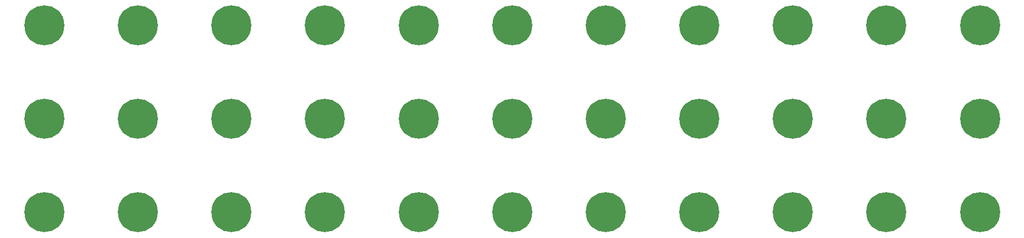
<source format=gbr>
G04 EAGLE Gerber RS-274X export*
G75*
%MOMM*%
%FSLAX34Y34*%
%LPD*%
%INSoldermask Bottom*%
%IPPOS*%
%AMOC8*
5,1,8,0,0,1.08239X$1,22.5*%
G01*
G04 Define Apertures*
%ADD10C,6.403200*%
D10*
X0Y0D03*
X150000Y0D03*
X300000Y0D03*
X450000Y0D03*
X600000Y0D03*
X750000Y0D03*
X900000Y0D03*
X1050000Y0D03*
X1200000Y0D03*
X1350000Y0D03*
X1500000Y0D03*
X0Y150000D03*
X150000Y150000D03*
X300000Y150000D03*
X450000Y150000D03*
X600000Y150000D03*
X750000Y150000D03*
X900000Y150000D03*
X1050000Y150000D03*
X1200000Y150000D03*
X1350000Y150000D03*
X1500000Y150000D03*
X0Y300000D03*
X150000Y300000D03*
X300000Y300000D03*
X450000Y300000D03*
X600000Y300000D03*
X750000Y300000D03*
X900000Y300000D03*
X1050000Y300000D03*
X1200000Y300000D03*
X1350000Y300000D03*
X1500000Y300000D03*
M02*

</source>
